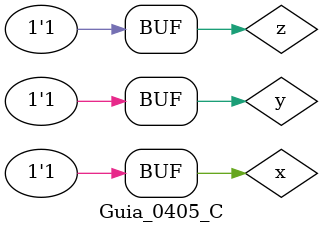
<source format=v>
/**
 * @file Guia_0405_C.v
 * @author 784778 - Wallace Freitas Oliveira (https://github.com/Olivwallace)
 * @brief Guia 04 Exercicio 05 - Arquitetura de Computadores I (PUC-Minas 1°/2023)
 * @date 03-03-2023
 */

`timescale 1ps/1ps
 `include "Guia_0405.v"

 module Guia_0405_C;
    reg x, y, z;
    wire s1, s2;

    //Instanciamento
    Questao_C C (s1, s2, x, y, z);

    //Inicializacao de Valores
    initial begin
        x = 1'b0; y = 1'b0; z = 1'b0;
    end

    //Principal
    initial begin : main
        
        
        $display("Teste Guia_0405 - Expressao Booleana - C");

        //Monitoramento
        $display("|  x  y  z |  (SoP) |  (PoS) |");
        $monitor("| %2b %2b %2b |   %2b   |   %2b   |", x, y, z, s1, s2);

        //Sinalizacao
        #1 x=0; y=0; z=0; //0
        #1 x=0; y=0; z=1; //1
        #1 x=0; y=1; z=0; //2
        #1 x=0; y=1; z=1; //3
        #1 x=1; y=0; z=0; //4
        #1 x=1; y=0; z=1; //5
        #1 x=1; y=1; z=0; //6
        #1 x=1; y=1; z=1; //7
    end

 endmodule
</source>
